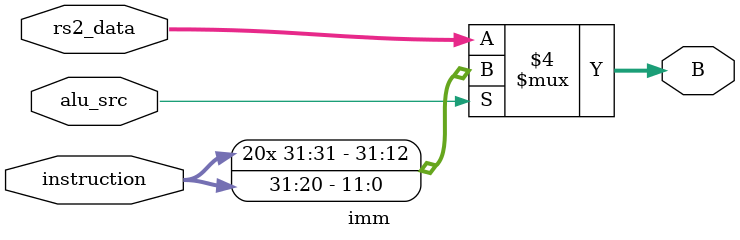
<source format=v>
module imm(
    input alu_src,
    input [31:0] instruction,
    input [31:0] rs2_data,
    output reg [31:0] B
);

always @(*) begin
    if(alu_src == 1'b1) begin
      B = {{20{instruction[31]}},instruction[31:20]};
    end
    else B = rs2_data;
end

endmodule
</source>
